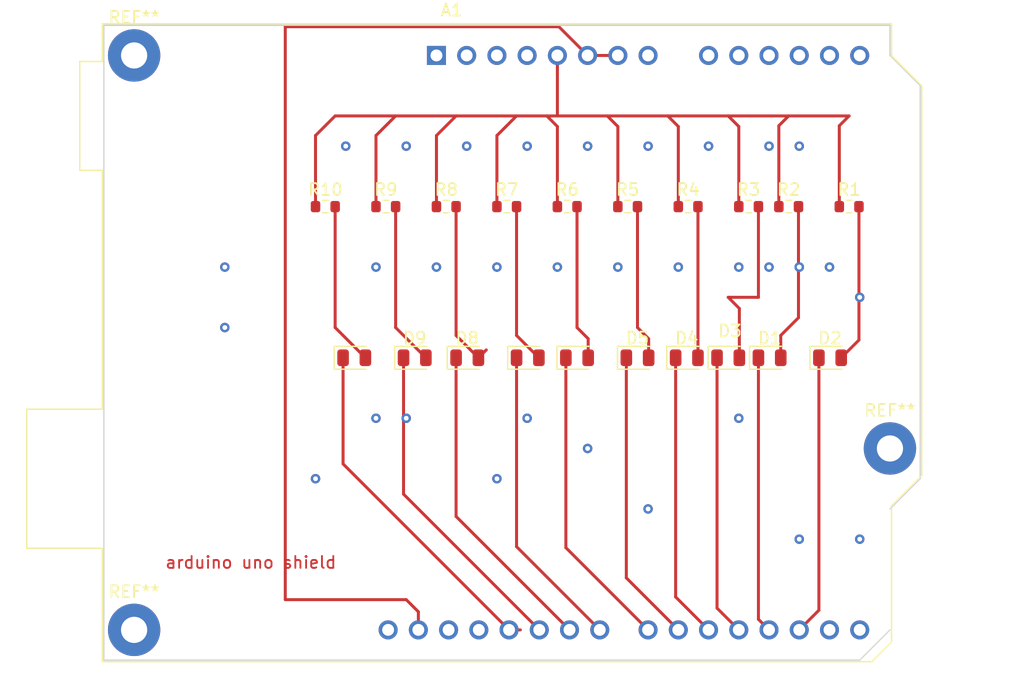
<source format=kicad_pcb>
(kicad_pcb (version 20221018) (generator pcbnew)
  (layers (0 "F.Cu" signal) (31 "B.Cu" signal) (34 "B.Paste" user) (35 "F.Paste" user) (36 "B.SilkS" user "B.Silkscreen") (37 "F.SilkS" user "F.Silkscreen") (38 "B.Mask" user) (39 "F.Mask" user) (44 "Edge.Cuts" user))
  (net 0 "")
  (net 5 "Net-(A1-+5V)")
  (net 6 "GND")
  (net 16 "Net-(A1-D2)")
  (net 17 "Net-(A1-D3)")
  (net 18 "Net-(A1-D4)")
  (net 19 "Net-(A1-D5)")
  (net 20 "Net-(A1-D6)")
  (net 21 "Net-(A1-D7)")
  (net 22 "Net-(A1-D8)")
  (net 23 "Net-(A1-D9)")
  (net 24 "Net-(A1-D10)")
  (net 25 "Net-(A1-D11)")
  (net 29 "Net-(D1-A)")
  (net 30 "Net-(D2-A)")
  (net 31 "Net-(D3-A)")
  (net 32 "Net-(D4-A)")
  (net 33 "Net-(D5-A)")
  (net 34 "Net-(D6-A)")
  (net 35 "Net-(D7-A)")
  (net 36 "Net-(D8-A)")
  (net 37 "Net-(D9-A)")
  (net 38 "Net-(D10-A)")
  (footprint "Resistor_SMD:R_0603_1608Metric" (layer "F.Cu") (at 140.525 60.96)
    (fp_text reference "R8" (at 0 -1.43) (layer "F.SilkS"))
    (fp_text value "R_Small_US")
    (fp_line (start -0.237258 -0.5225) (end 0.237258 -0.5225) (stroke (width 0.12)) (layer "F.SilkS"))
    (fp_line (start -0.237258 0.5225) (end 0.237258 0.5225) (stroke (width 0.12)) (layer "F.SilkS"))
    (pad "1" smd roundrect (at -0.825 0) (size 0.8 0.95) (layers "F.Cu" "F.Paste" "F.Mask") (net 5 "Net-(A1-+5V)"))
    (pad "2" smd roundrect (at 0.825 0) (size 0.8 0.95) (layers "F.Cu" "F.Paste" "F.Mask") (net 36 "Net-(D8-A)"))
  )
  (footprint "LED_SMD:LED_0805_2012Metric" (layer "F.Cu") (at 142.2875 73.66)
    (fp_text reference "D8" (at 0 -1.65) (layer "F.SilkS"))
    (fp_text value "LED")
    (fp_line (start -1.685 -0.96) (end -1.685 0.96) (stroke (width 0.12)) (layer "F.SilkS"))
    (fp_line (start -1.685 0.96) (end 1 0.96) (stroke (width 0.12)) (layer "F.SilkS"))
    (fp_line (start 1 -0.96) (end -1.685 -0.96) (stroke (width 0.12)) (layer "F.SilkS"))
    (pad "1" smd roundrect (at -0.9375 0) (size 0.975 1.4) (layers "F.Cu" "F.Paste" "F.Mask") (net 23 "Net-(A1-D9)"))
    (pad "2" smd roundrect (at 0.9375 0) (size 0.975 1.4) (layers "F.Cu" "F.Paste" "F.Mask") (net 36 "Net-(D8-A)"))
  )
  (footprint "Resistor_SMD:R_0603_1608Metric" (layer "F.Cu") (at 130.365 60.96)
    (fp_text reference "R10" (at 0 -1.43) (layer "F.SilkS"))
    (fp_text value "R_Small_US")
    (fp_line (start -0.237258 -0.5225) (end 0.237258 -0.5225) (stroke (width 0.12)) (layer "F.SilkS"))
    (fp_line (start -0.237258 0.5225) (end 0.237258 0.5225) (stroke (width 0.12)) (layer "F.SilkS"))
    (pad "1" smd roundrect (at -0.825 0) (size 0.8 0.95) (layers "F.Cu" "F.Paste" "F.Mask") (net 5 "Net-(A1-+5V)"))
    (pad "2" smd roundrect (at 0.825 0) (size 0.8 0.95) (layers "F.Cu" "F.Paste" "F.Mask") (net 38 "Net-(D10-A)"))
  )
  (footprint "LED_SMD:LED_0805_2012Metric" (layer "F.Cu") (at 167.6875 73.66)
    (fp_text reference "D1" (at 0 -1.65) (layer "F.SilkS"))
    (fp_text value "LED")
    (fp_line (start -1.685 -0.96) (end -1.685 0.96) (stroke (width 0.12)) (layer "F.SilkS"))
    (fp_line (start -1.685 0.96) (end 1 0.96) (stroke (width 0.12)) (layer "F.SilkS"))
    (fp_line (start 1 -0.96) (end -1.685 -0.96) (stroke (width 0.12)) (layer "F.SilkS"))
    (pad "1" smd roundrect (at -0.9375 0) (size 0.975 1.4) (layers "F.Cu" "F.Paste" "F.Mask") (net 17 "Net-(A1-D3)"))
    (pad "2" smd roundrect (at 0.9375 0) (size 0.975 1.4) (layers "F.Cu" "F.Paste" "F.Mask") (net 29 "Net-(D1-A)"))
  )
  (footprint "Resistor_SMD:R_0603_1608Metric" (layer "F.Cu") (at 174.37 60.96)
    (fp_text reference "R1" (at 0 -1.43) (layer "F.SilkS"))
    (fp_text value "R_Small_US")
    (fp_line (start -0.237258 -0.5225) (end 0.237258 -0.5225) (stroke (width 0.12)) (layer "F.SilkS"))
    (fp_line (start -0.237258 0.5225) (end 0.237258 0.5225) (stroke (width 0.12)) (layer "F.SilkS"))
    (pad "1" smd roundrect (at -0.825 0) (size 0.8 0.95) (layers "F.Cu" "F.Paste" "F.Mask") (net 5 "Net-(A1-+5V)"))
    (pad "2" smd roundrect (at 0.825 0) (size 0.8 0.95) (layers "F.Cu" "F.Paste" "F.Mask") (net 30 "Net-(D2-A)"))
  )
  (footprint "Resistor_SMD:R_0603_1608Metric" (layer "F.Cu") (at 135.445 60.96)
    (fp_text reference "R9" (at 0 -1.43) (layer "F.SilkS"))
    (fp_text value "R_Small_US")
    (fp_line (start -0.237258 -0.5225) (end 0.237258 -0.5225) (stroke (width 0.12)) (layer "F.SilkS"))
    (fp_line (start -0.237258 0.5225) (end 0.237258 0.5225) (stroke (width 0.12)) (layer "F.SilkS"))
    (pad "1" smd roundrect (at -0.825 0) (size 0.8 0.95) (layers "F.Cu" "F.Paste" "F.Mask") (net 5 "Net-(A1-+5V)"))
    (pad "2" smd roundrect (at 0.825 0) (size 0.8 0.95) (layers "F.Cu" "F.Paste" "F.Mask") (net 37 "Net-(D9-A)"))
  )
  (footprint "Resistor_SMD:R_0603_1608Metric" (layer "F.Cu") (at 145.605 60.96)
    (fp_text reference "R7" (at 0 -1.43) (layer "F.SilkS"))
    (fp_text value "R_Small_US")
    (fp_line (start -0.237258 -0.5225) (end 0.237258 -0.5225) (stroke (width 0.12)) (layer "F.SilkS"))
    (fp_line (start -0.237258 0.5225) (end 0.237258 0.5225) (stroke (width 0.12)) (layer "F.SilkS"))
    (pad "1" smd roundrect (at -0.825 0) (size 0.8 0.95) (layers "F.Cu" "F.Paste" "F.Mask") (net 5 "Net-(A1-+5V)"))
    (pad "2" smd roundrect (at 0.825 0) (size 0.8 0.95) (layers "F.Cu" "F.Paste" "F.Mask") (net 35 "Net-(D7-A)"))
  )
  (footprint "Resistor_SMD:R_0603_1608Metric" (layer "F.Cu") (at 165.925 60.96)
    (fp_text reference "R3" (at 0 -1.43) (layer "F.SilkS"))
    (fp_text value "R_Small_US")
    (fp_line (start -0.237258 -0.5225) (end 0.237258 -0.5225) (stroke (width 0.12)) (layer "F.SilkS"))
    (fp_line (start -0.237258 0.5225) (end 0.237258 0.5225) (stroke (width 0.12)) (layer "F.SilkS"))
    (pad "1" smd roundrect (at -0.825 0) (size 0.8 0.95) (layers "F.Cu" "F.Paste" "F.Mask") (net 5 "Net-(A1-+5V)"))
    (pad "2" smd roundrect (at 0.825 0) (size 0.8 0.95) (layers "F.Cu" "F.Paste" "F.Mask") (net 31 "Net-(D3-A)"))
  )
  (footprint "MountingHole:MountingHole_2.2mm_M2_Pad" (layer "F.Cu") (at 114.3 96.52)
    (fp_text reference "REF**" (at 0 -3.2) (layer "F.SilkS"))
    (fp_text value "MountingHole_2.2mm_M2_Pad")
    (pad "1" thru_hole circle (at 0 0) (size 4.4 4.4) (drill 2.2) (layers "*.Cu" "*.Mask"))
  )
  (footprint "MountingHole:MountingHole_2.2mm_M2_Pad" (layer "F.Cu") (at 114.3 48.26)
    (fp_text reference "REF**" (at 0 -3.2) (layer "F.SilkS"))
    (fp_text value "MountingHole_2.2mm_M2_Pad")
    (pad "1" thru_hole circle (at 0 0) (size 4.4 4.4) (drill 2.2) (layers "*.Cu" "*.Mask"))
  )
  (footprint "LED_SMD:LED_0805_2012Metric" (layer "F.Cu") (at 132.7925 73.66)
    (fp_text reference "D10" hide)
    (fp_text value "LED")
    (fp_line (start -1.685 -0.96) (end -1.685 0.96) (stroke (width 0.12)) (layer "F.SilkS"))
    (fp_line (start -1.685 0.96) (end 1 0.96) (stroke (width 0.12)) (layer "F.SilkS"))
    (fp_line (start 1 -0.96) (end -1.685 -0.96) (stroke (width 0.12)) (layer "F.SilkS"))
    (pad "1" smd roundrect (at -0.9375 0) (size 0.975 1.4) (layers "F.Cu" "F.Paste" "F.Mask") (net 25 "Net-(A1-D11)"))
    (pad "2" smd roundrect (at 0.9375 0) (size 0.975 1.4) (layers "F.Cu" "F.Paste" "F.Mask") (net 38 "Net-(D10-A)"))
  )
  (footprint "Module:Arduino_UNO_R2" (layer "F.Cu") (at 139.7 48.26)
    (fp_text reference "A1" (at 1.27 -3.81 180) (layer "F.SilkS"))
    (fp_text value "Arduino_UNO_R2" hide)
    (fp_line (start -34.42 29.72) (end -34.42 41.4) (stroke (width 0.12)) (layer "F.SilkS"))
    (fp_line (start -34.42 41.4) (end -28.07 41.4) (stroke (width 0.12)) (layer "F.SilkS"))
    (fp_line (start -29.97 0.51) (end -29.97 9.65) (stroke (width 0.12)) (layer "F.SilkS"))
    (fp_line (start -29.97 9.65) (end -28.07 9.65) (stroke (width 0.12)) (layer "F.SilkS"))
    (fp_line (start -28.07 -2.67) (end -28.07 0.51) (stroke (width 0.12)) (layer "F.SilkS"))
    (fp_line (start -28.07 0.51) (end -29.97 0.51) (stroke (width 0.12)) (layer "F.SilkS"))
    (fp_line (start -28.07 9.65) (end -28.07 29.72) (stroke (width 0.12)) (layer "F.SilkS"))
    (fp_line (start -28.07 29.72) (end -34.42 29.72) (stroke (width 0.12)) (layer "F.SilkS"))
    (fp_line (start -28.07 41.4) (end -28.07 50.93) (stroke (width 0.12)) (layer "F.SilkS"))
    (fp_line (start -28.07 50.93) (end 36.58 50.93) (stroke (width 0.12)) (layer "F.SilkS"))
    (fp_line (start 36.58 50.93) (end 38.23 49.28) (stroke (width 0.12)) (layer "F.SilkS"))
    (fp_line (start 38.23 -2.67) (end -28.07 -2.67) (stroke (width 0.12)) (layer "F.SilkS"))
    (fp_line (start 38.23 0) (end 38.23 -2.67) (stroke (width 0.12)) (layer "F.SilkS"))
    (fp_line (start 38.23 37.85) (end 40.77 35.31) (stroke (width 0.12)) (layer "F.SilkS"))
    (fp_line (start 38.23 49.28) (end 38.23 37.85) (stroke (width 0.12)) (layer "F.SilkS"))
    (fp_line (start 40.77 2.54) (end 38.23 0) (stroke (width 0.12)) (layer "F.SilkS"))
    (fp_line (start 40.77 35.31) (end 40.77 2.54) (stroke (width 0.12)) (layer "F.SilkS"))
    (pad "1" thru_hole rect (at 0 0 90) (size 1.6 1.6) (drill 1) (layers "*.Cu" "*.Mask"))
    (pad "2" thru_hole oval (at 2.54 0 90) (size 1.6 1.6) (drill 1) (layers "*.Cu" "*.Mask"))
    (pad "3" thru_hole oval (at 5.08 0 90) (size 1.6 1.6) (drill 1) (layers "*.Cu" "*.Mask"))
    (pad "4" thru_hole oval (at 7.62 0 90) (size 1.6 1.6) (drill 1) (layers "*.Cu" "*.Mask"))
    (pad "5" thru_hole oval (at 10.16 0 90) (size 1.6 1.6) (drill 1) (layers "*.Cu" "*.Mask") (net 5 "Net-(A1-+5V)"))
    (pad "6" thru_hole oval (at 12.7 0 90) (size 1.6 1.6) (drill 1) (layers "*.Cu" "*.Mask") (net 6 "GND"))
    (pad "7" thru_hole oval (at 15.24 0 90) (size 1.6 1.6) (drill 1) (layers "*.Cu" "*.Mask") (net 6 "GND"))
    (pad "8" thru_hole oval (at 17.78 0 90) (size 1.6 1.6) (drill 1) (layers "*.Cu" "*.Mask"))
    (pad "9" thru_hole oval (at 22.86 0 90) (size 1.6 1.6) (drill 1) (layers "*.Cu" "*.Mask"))
    (pad "10" thru_hole oval (at 25.4 0 90) (size 1.6 1.6) (drill 1) (layers "*.Cu" "*.Mask"))
    (pad "11" thru_hole oval (at 27.94 0 90) (size 1.6 1.6) (drill 1) (layers "*.Cu" "*.Mask"))
    (pad "12" thru_hole oval (at 30.48 0 90) (size 1.6 1.6) (drill 1) (layers "*.Cu" "*.Mask"))
    (pad "13" thru_hole oval (at 33.02 0 90) (size 1.6 1.6) (drill 1) (layers "*.Cu" "*.Mask"))
    (pad "14" thru_hole oval (at 35.56 0 90) (size 1.6 1.6) (drill 1) (layers "*.Cu" "*.Mask"))
    (pad "15" thru_hole oval (at 35.56 48.26 90) (size 1.6 1.6) (drill 1) (layers "*.Cu" "*.Mask"))
    (pad "16" thru_hole oval (at 33.02 48.26 90) (size 1.6 1.6) (drill 1) (layers "*.Cu" "*.Mask"))
    (pad "17" thru_hole oval (at 30.48 48.26 90) (size 1.6 1.6) (drill 1) (layers "*.Cu" "*.Mask") (net 16 "Net-(A1-D2)"))
    (pad "18" thru_hole oval (at 27.94 48.26 90) (size 1.6 1.6) (drill 1) (layers "*.Cu" "*.Mask") (net 17 "Net-(A1-D3)"))
    (pad "19" thru_hole oval (at 25.4 48.26 90) (size 1.6 1.6) (drill 1) (layers "*.Cu" "*.Mask") (net 18 "Net-(A1-D4)"))
    (pad "20" thru_hole oval (at 22.86 48.26 90) (size 1.6 1.6) (drill 1) (layers "*.Cu" "*.Mask") (net 19 "Net-(A1-D5)"))
    (pad "21" thru_hole oval (at 20.32 48.26 90) (size 1.6 1.6) (drill 1) (layers "*.Cu" "*.Mask") (net 20 "Net-(A1-D6)"))
    (pad "22" thru_hole oval (at 17.78 48.26 90) (size 1.6 1.6) (drill 1) (layers "*.Cu" "*.Mask") (net 21 "Net-(A1-D7)"))
    (pad "23" thru_hole oval (at 13.72 48.26 90) (size 1.6 1.6) (drill 1) (layers "*.Cu" "*.Mask") (net 22 "Net-(A1-D8)"))
    (pad "24" thru_hole oval (at 11.18 48.26 90) (size 1.6 1.6) (drill 1) (layers "*.Cu" "*.Mask") (net 23 "Net-(A1-D9)"))
    (pad "25" thru_hole oval (at 8.64 48.26 90) (size 1.6 1.6) (drill 1) (layers "*.Cu" "*.Mask") (net 24 "Net-(A1-D10)"))
    (pad "26" thru_hole oval (at 6.1 48.26 90) (size 1.6 1.6) (drill 1) (layers "*.Cu" "*.Mask") (net 25 "Net-(A1-D11)"))
    (pad "27" thru_hole oval (at 3.56 48.26 90) (size 1.6 1.6) (drill 1) (layers "*.Cu" "*.Mask"))
    (pad "28" thru_hole oval (at 1.02 48.26 90) (size 1.6 1.6) (drill 1) (layers "*.Cu" "*.Mask"))
    (pad "29" thru_hole oval (at -1.52 48.26 90) (size 1.6 1.6) (drill 1) (layers "*.Cu" "*.Mask") (net 6 "GND"))
    (pad "30" thru_hole oval (at -4.06 48.26 90) (size 1.6 1.6) (drill 1) (layers "*.Cu" "*.Mask"))
  )
  (footprint "Resistor_SMD:R_0603_1608Metric" (layer "F.Cu") (at 160.845 60.96)
    (fp_text reference "R4" (at 0 -1.43) (layer "F.SilkS"))
    (fp_text value "R_Small_US")
    (fp_line (start -0.237258 -0.5225) (end 0.237258 -0.5225) (stroke (width 0.12)) (layer "F.SilkS"))
    (fp_line (start -0.237258 0.5225) (end 0.237258 0.5225) (stroke (width 0.12)) (layer "F.SilkS"))
    (pad "1" smd roundrect (at -0.825 0) (size 0.8 0.95) (layers "F.Cu" "F.Paste" "F.Mask") (net 5 "Net-(A1-+5V)"))
    (pad "2" smd roundrect (at 0.825 0) (size 0.8 0.95) (layers "F.Cu" "F.Paste" "F.Mask") (net 32 "Net-(D4-A)"))
  )
  (footprint "LED_SMD:LED_0805_2012Metric" (layer "F.Cu") (at 156.59 73.66)
    (fp_text reference "D5" (at 0 -1.65) (layer "F.SilkS"))
    (fp_text value "LED")
    (fp_line (start -1.685 -0.96) (end -1.685 0.96) (stroke (width 0.12)) (layer "F.SilkS"))
    (fp_line (start -1.685 0.96) (end 1 0.96) (stroke (width 0.12)) (layer "F.SilkS"))
    (fp_line (start 1 -0.96) (end -1.685 -0.96) (stroke (width 0.12)) (layer "F.SilkS"))
    (pad "1" smd roundrect (at -0.9375 0) (size 0.975 1.4) (layers "F.Cu" "F.Paste" "F.Mask") (net 20 "Net-(A1-D6)"))
    (pad "2" smd roundrect (at 0.9375 0) (size 0.975 1.4) (layers "F.Cu" "F.Paste" "F.Mask") (net 33 "Net-(D5-A)"))
  )
  (footprint "LED_SMD:LED_0805_2012Metric" (layer "F.Cu") (at 160.7325 73.66)
    (fp_text reference "D4" (at 0 -1.65) (layer "F.SilkS"))
    (fp_text value "LED")
    (fp_line (start -1.685 -0.96) (end -1.685 0.96) (stroke (width 0.12)) (layer "F.SilkS"))
    (fp_line (start -1.685 0.96) (end 1 0.96) (stroke (width 0.12)) (layer "F.SilkS"))
    (fp_line (start 1 -0.96) (end -1.685 -0.96) (stroke (width 0.12)) (layer "F.SilkS"))
    (pad "1" smd roundrect (at -0.9375 0) (size 0.975 1.4) (layers "F.Cu" "F.Paste" "F.Mask") (net 19 "Net-(A1-D5)"))
    (pad "2" smd roundrect (at 0.9375 0) (size 0.975 1.4) (layers "F.Cu" "F.Paste" "F.Mask") (net 32 "Net-(D4-A)"))
  )
  (footprint "LED_SMD:LED_0805_2012Metric" (layer "F.Cu") (at 164.21 73.66)
    (fp_text reference "D3" (at 0.15 -2.25) (layer "F.SilkS"))
    (fp_text value "LED")
    (fp_line (start -1.685 -0.96) (end -1.685 0.96) (stroke (width 0.12)) (layer "F.SilkS"))
    (fp_line (start -1.685 0.96) (end 1 0.96) (stroke (width 0.12)) (layer "F.SilkS"))
    (fp_line (start 1 -0.96) (end -1.685 -0.96) (stroke (width 0.12)) (layer "F.SilkS"))
    (pad "1" smd roundrect (at -0.9375 0) (size 0.975 1.4) (layers "F.Cu" "F.Paste" "F.Mask") (net 18 "Net-(A1-D4)"))
    (pad "2" smd roundrect (at 0.9375 0) (size 0.975 1.4) (layers "F.Cu" "F.Paste" "F.Mask") (net 31 "Net-(D3-A)"))
  )
  (footprint "LED_SMD:LED_0805_2012Metric" (layer "F.Cu") (at 147.3675 73.66)
    (fp_text reference "D7" hide)
    (fp_text value "LED")
    (fp_line (start -1.685 -0.96) (end -1.685 0.96) (stroke (width 0.12)) (layer "F.SilkS"))
    (fp_line (start -1.685 0.96) (end 1 0.96) (stroke (width 0.12)) (layer "F.SilkS"))
    (fp_line (start 1 -0.96) (end -1.685 -0.96) (stroke (width 0.12)) (layer "F.SilkS"))
    (pad "1" smd roundrect (at -0.9375 0) (size 0.975 1.4) (layers "F.Cu" "F.Paste" "F.Mask") (net 22 "Net-(A1-D8)"))
    (pad "2" smd roundrect (at 0.9375 0) (size 0.975 1.4) (layers "F.Cu" "F.Paste" "F.Mask") (net 35 "Net-(D7-A)"))
  )
  (footprint "LED_SMD:LED_0805_2012Metric" (layer "F.Cu") (at 172.7675 73.66)
    (fp_text reference "D2" (at 0 -1.65) (layer "F.SilkS"))
    (fp_text value "LED")
    (fp_line (start -1.685 -0.96) (end -1.685 0.96) (stroke (width 0.12)) (layer "F.SilkS"))
    (fp_line (start -1.685 0.96) (end 1 0.96) (stroke (width 0.12)) (layer "F.SilkS"))
    (fp_line (start 1 -0.96) (end -1.685 -0.96) (stroke (width 0.12)) (layer "F.SilkS"))
    (pad "1" smd roundrect (at -0.9375 0) (size 0.975 1.4) (layers "F.Cu" "F.Paste" "F.Mask") (net 16 "Net-(A1-D2)"))
    (pad "2" smd roundrect (at 0.9375 0) (size 0.975 1.4) (layers "F.Cu" "F.Paste" "F.Mask") (net 30 "Net-(D2-A)"))
  )
  (footprint "Resistor_SMD:R_0603_1608Metric" (layer "F.Cu") (at 155.765 60.96)
    (fp_text reference "R5" (at 0 -1.43) (layer "F.SilkS"))
    (fp_text value "R_Small_US")
    (fp_line (start -0.237258 -0.5225) (end 0.237258 -0.5225) (stroke (width 0.12)) (layer "F.SilkS"))
    (fp_line (start -0.237258 0.5225) (end 0.237258 0.5225) (stroke (width 0.12)) (layer "F.SilkS"))
    (pad "1" smd roundrect (at -0.825 0) (size 0.8 0.95) (layers "F.Cu" "F.Paste" "F.Mask") (net 5 "Net-(A1-+5V)"))
    (pad "2" smd roundrect (at 0.825 0) (size 0.8 0.95) (layers "F.Cu" "F.Paste" "F.Mask") (net 33 "Net-(D5-A)"))
  )
  (footprint "Resistor_SMD:R_0603_1608Metric" (layer "F.Cu") (at 150.685 60.96)
    (fp_text reference "R6" (at 0 -1.43) (layer "F.SilkS"))
    (fp_text value "R_Small_US")
    (fp_line (start -0.237258 -0.5225) (end 0.237258 -0.5225) (stroke (width 0.12)) (layer "F.SilkS"))
    (fp_line (start -0.237258 0.5225) (end 0.237258 0.5225) (stroke (width 0.12)) (layer "F.SilkS"))
    (pad "1" smd roundrect (at -0.825 0) (size 0.8 0.95) (layers "F.Cu" "F.Paste" "F.Mask") (net 5 "Net-(A1-+5V)"))
    (pad "2" smd roundrect (at 0.825 0) (size 0.8 0.95) (layers "F.Cu" "F.Paste" "F.Mask") (net 34 "Net-(D6-A)"))
  )
  (footprint "Resistor_SMD:R_0603_1608Metric" (layer "F.Cu") (at 169.29 60.96)
    (fp_text reference "R2" (at 0 -1.43) (layer "F.SilkS"))
    (fp_text value "R_Small_US")
    (fp_line (start -0.237258 -0.5225) (end 0.237258 -0.5225) (stroke (width 0.12)) (layer "F.SilkS"))
    (fp_line (start -0.237258 0.5225) (end 0.237258 0.5225) (stroke (width 0.12)) (layer "F.SilkS"))
    (pad "1" smd roundrect (at -0.825 0) (size 0.8 0.95) (layers "F.Cu" "F.Paste" "F.Mask") (net 5 "Net-(A1-+5V)"))
    (pad "2" smd roundrect (at 0.825 0) (size 0.8 0.95) (layers "F.Cu" "F.Paste" "F.Mask") (net 29 "Net-(D1-A)"))
  )
  (footprint "LED_SMD:LED_0805_2012Metric" (layer "F.Cu") (at 151.51 73.66)
    (fp_text reference "D6" hide)
    (fp_text value "LED")
    (fp_line (start -1.685 -0.96) (end -1.685 0.96) (stroke (width 0.12)) (layer "F.SilkS"))
    (fp_line (start -1.685 0.96) (end 1 0.96) (stroke (width 0.12)) (layer "F.SilkS"))
    (fp_line (start 1 -0.96) (end -1.685 -0.96) (stroke (width 0.12)) (layer "F.SilkS"))
    (pad "1" smd roundrect (at -0.9375 0) (size 0.975 1.4) (layers "F.Cu" "F.Paste" "F.Mask") (net 21 "Net-(A1-D7)"))
    (pad "2" smd roundrect (at 0.9375 0) (size 0.975 1.4) (layers "F.Cu" "F.Paste" "F.Mask") (net 34 "Net-(D6-A)"))
  )
  (footprint "MountingHole:MountingHole_2.2mm_M2_Pad" (layer "F.Cu") (at 177.8 81.28)
    (fp_text reference "REF**" (at 0 -3.2) (layer "F.SilkS"))
    (fp_text value "MountingHole_2.2mm_M2_Pad")
    (pad "1" thru_hole circle (at 0 0) (size 4.4 4.4) (drill 2.2) (layers "*.Cu" "*.Mask"))
  )
  (footprint "LED_SMD:LED_0805_2012Metric" (layer "F.Cu") (at 137.8725 73.66)
    (fp_text reference "D9" (at 0 -1.65) (layer "F.SilkS"))
    (fp_text value "LED")
    (fp_line (start -1.685 -0.96) (end -1.685 0.96) (stroke (width 0.12)) (layer "F.SilkS"))
    (fp_line (start -1.685 0.96) (end 1 0.96) (stroke (width 0.12)) (layer "F.SilkS"))
    (fp_line (start 1 -0.96) (end -1.685 -0.96) (stroke (width 0.12)) (layer "F.SilkS"))
    (pad "1" smd roundrect (at -0.9375 0) (size 0.975 1.4) (layers "F.Cu" "F.Paste" "F.Mask") (net 24 "Net-(A1-D10)"))
    (pad "2" smd roundrect (at 0.9375 0) (size 0.975 1.4) (layers "F.Cu" "F.Paste" "F.Mask") (net 37 "Net-(D9-A)"))
  )
  (gr_line (start 175.26 99.06) (end 177.8 96.52) (stroke (width 0.1)) (layer "Edge.Cuts"))
  (gr_line (start 111.76 99.06) (end 175.26 99.06) (stroke (width 0.1)) (layer "Edge.Cuts"))
  (gr_line (start 111.76 45.72) (end 177.8 45.72) (stroke (width 0.1)) (layer "Edge.Cuts"))
  (gr_line (start 177.8 45.72) (end 111.76 45.72) (stroke (width 0.1)) (layer "Edge.Cuts"))
  (gr_line (start 111.76 99.06) (end 111.76 45.72) (stroke (width 0.1)) (layer "Edge.Cuts"))
  (gr_rect (start 111.76 45.72) (end 177.8 45.72) (stroke (width 0.1)) (fill none) (layer "Edge.Cuts"))
  (gr_line (start 180.34 83.82) (end 180.34 50.8) (stroke (width 0.1)) (layer "Edge.Cuts"))
  (gr_line (start 177.8 48.26) (end 177.8 45.72) (stroke (width 0.1)) (layer "Edge.Cuts"))
  (gr_line (start 177.8 86.36) (end 180.34 83.82) (stroke (width 0.1)) (layer "Edge.Cuts"))
  (gr_line (start 180.34 50.8) (end 177.8 48.26) (stroke (width 0.1)) (layer "Edge.Cuts"))
  (gr_text "arduino uno shield" (at 116.84 91.44) (layer "F.Cu") (effects (font (size 1 1)) (justify left bottom)))
  (via (at 167.64 66.04) (size 0.8) (drill 0.4) (layers "F.Cu" "B.Cu") (net 0))
  (via (at 170.18 55.88) (size 0.8) (drill 0.4) (layers "F.Cu" "B.Cu") (net 0))
  (via (at 144.78 83.82) (size 0.8) (drill 0.4) (layers "F.Cu" "B.Cu") (net 0))
  (via (at 165.1 66.04) (size 0.8) (drill 0.4) (layers "F.Cu" "B.Cu") (net 0))
  (via (at 162.56 55.88) (size 0.8) (drill 0.4) (layers "F.Cu" "B.Cu") (net 0))
  (via (at 175.26 88.9) (size 0.8) (drill 0.4) (layers "F.Cu" "B.Cu") (net 0))
  (via (at 170.18 88.9) (size 0.8) (drill 0.4) (layers "F.Cu" "B.Cu") (net 0))
  (via (at 121.92 66.04) (size 0.8) (drill 0.4) (layers "F.Cu" "B.Cu") (net 0))
  (via (at 132.08 55.88) (size 0.8) (drill 0.4) (layers "F.Cu" "B.Cu") (net 0))
  (via (at 147.32 78.74) (size 0.8) (drill 0.4) (layers "F.Cu" "B.Cu") (net 0))
  (via (at 172.72 66.04) (size 0.8) (drill 0.4) (layers "F.Cu" "B.Cu") (net 0))
  (via (at 152.4 81.28) (size 0.8) (drill 0.4) (layers "F.Cu" "B.Cu") (net 0))
  (via (at 144.78 66.04) (size 0.8) (drill 0.4) (layers "F.Cu" "B.Cu") (net 0))
  (via (at 137.16 55.88) (size 0.8) (drill 0.4) (layers "F.Cu" "B.Cu") (net 0))
  (via (at 147.32 55.88) (size 0.8) (drill 0.4) (layers "F.Cu" "B.Cu") (net 0))
  (via (at 149.86 66.04) (size 0.8) (drill 0.4) (layers "F.Cu" "B.Cu") (net 0))
  (via (at 134.62 66.04) (size 0.8) (drill 0.4) (layers "F.Cu" "B.Cu") (net 0))
  (via (at 160.02 66.04) (size 0.8) (drill 0.4) (layers "F.Cu" "B.Cu") (net 0))
  (via (at 157.48 86.36) (size 0.8) (drill 0.4) (layers "F.Cu" "B.Cu") (net 0))
  (via (at 139.7 66.04) (size 0.8) (drill 0.4) (layers "F.Cu" "B.Cu") (net 0))
  (via (at 134.62 78.74) (size 0.8) (drill 0.4) (layers "F.Cu" "B.Cu") (net 0))
  (via (at 142.24 55.88) (size 0.8) (drill 0.4) (layers "F.Cu" "B.Cu") (net 0))
  (via (at 167.64 55.88) (size 0.8) (drill 0.4) (layers "F.Cu" "B.Cu") (net 0))
  (via (at 165.1 78.74) (size 0.8) (drill 0.4) (layers "F.Cu" "B.Cu") (net 0))
  (via (at 152.4 55.88) (size 0.8) (drill 0.4) (layers "F.Cu" "B.Cu") (net 0))
  (via (at 129.54 83.82) (size 0.8) (drill 0.4) (layers "F.Cu" "B.Cu") (net 0))
  (via (at 154.94 66.04) (size 0.8) (drill 0.4) (layers "F.Cu" "B.Cu") (net 0))
  (via (at 121.92 71.12) (size 0.8) (drill 0.4) (layers "F.Cu" "B.Cu") (net 0))
  (via (at 157.48 55.88) (size 0.8) (drill 0.4) (layers "F.Cu" "B.Cu") (net 0))
  (segment (start 141.35 53.34) (end 139.7 54.99) (width 0.25) (layer "F.Cu") (net 5))
  (segment (start 148.97 53.34) (end 154.05 53.34) (width 0.25) (layer "F.Cu") (net 5))
  (segment (start 146.43 53.34) (end 141.35 53.34) (width 0.25) (layer "F.Cu") (net 5))
  (segment (start 154.94 54.23) (end 154.94 60.96) (width 0.25) (layer "F.Cu") (net 5))
  (segment (start 173.545 54.165) (end 173.545 60.96) (width 0.25) (layer "F.Cu") (net 5))
  (segment (start 169.29 53.34) (end 174.37 53.34) (width 0.25) (layer "F.Cu") (net 5))
  (segment (start 136.27 53.34) (end 134.62 54.99) (width 0.25) (layer "F.Cu") (net 5))
  (segment (start 159.13 53.34) (end 164.21 53.34) (width 0.25) (layer "F.Cu") (net 5))
  (segment (start 159.13 53.34) (end 160.02 54.23) (width 0.25) (layer "F.Cu") (net 5))
  (segment (start 144.78 54.99) (end 144.78 60.96) (width 0.25) (layer "F.Cu") (net 5))
  (segment (start 148.97 53.34) (end 149.86 54.23) (width 0.25) (layer "F.Cu") (net 5))
  (segment (start 174.37 53.34) (end 173.545 54.165) (width 0.25) (layer "F.Cu") (net 5))
  (segment (start 134.62 54.99) (end 134.62 60.96) (width 0.25) (layer "F.Cu") (net 5))
  (segment (start 141.35 53.34) (end 136.27 53.34) (width 0.25) (layer "F.Cu") (net 5))
  (segment (start 168.465 54.165) (end 168.465 60.96) (width 0.25) (layer "F.Cu") (net 5))
  (segment (start 164.21 53.34) (end 165.1 54.23) (width 0.25) (layer "F.Cu") (net 5))
  (segment (start 165.1 54.23) (end 165.1 60.96) (width 0.25) (layer "F.Cu") (net 5))
  (segment (start 129.54 54.99) (end 129.54 60.96) (width 0.25) (layer "F.Cu") (net 5))
  (segment (start 136.27 53.34) (end 131.19 53.34) (width 0.25) (layer "F.Cu") (net 5))
  (segment (start 160.02 54.23) (end 160.02 60.96) (width 0.25) (layer "F.Cu") (net 5))
  (segment (start 154.05 53.34) (end 159.13 53.34) (width 0.25) (layer "F.Cu") (net 5))
  (segment (start 146.43 53.34) (end 148.97 53.34) (width 0.25) (layer "F.Cu") (net 5))
  (segment (start 149.86 48.26) (end 149.86 53.34) (width 0.25) (layer "F.Cu") (net 5))
  (segment (start 169.29 53.34) (end 168.465 54.165) (width 0.25) (layer "F.Cu") (net 5))
  (segment (start 154.05 53.34) (end 154.94 54.23) (width 0.25) (layer "F.Cu") (net 5))
  (segment (start 146.43 53.34) (end 144.78 54.99) (width 0.25) (layer "F.Cu") (net 5))
  (segment (start 139.7 54.99) (end 139.7 60.96) (width 0.25) (layer "F.Cu") (net 5))
  (segment (start 149.86 54.23) (end 149.86 60.96) (width 0.25) (layer "F.Cu") (net 5))
  (segment (start 164.21 53.34) (end 169.29 53.34) (width 0.25) (layer "F.Cu") (net 5))
  (segment (start 131.19 53.34) (end 129.54 54.99) (width 0.25) (layer "F.Cu") (net 5))
  (segment (start 127 45.845) (end 127 93.98) (width 0.25) (layer "F.Cu") (net 6))
  (segment (start 127 93.98) (end 137.16 93.98) (width 0.25) (layer "F.Cu") (net 6))
  (segment (start 152.4 48.26) (end 149.985 45.845) (width 0.25) (layer "F.Cu") (net 6))
  (segment (start 154.94 48.26) (end 152.4 48.26) (width 0.25) (layer "F.Cu") (net 6))
  (segment (start 149.985 45.845) (end 127 45.845) (width 0.25) (layer "F.Cu") (net 6))
  (segment (start 138.18 95) (end 138.18 96.52) (width 0.25) (layer "F.Cu") (net 6))
  (segment (start 137.16 93.98) (end 138.18 95) (width 0.25) (layer "F.Cu") (net 6))
  (segment (start 171.83 94.87) (end 170.18 96.52) (width 0.25) (layer "F.Cu") (net 16))
  (segment (start 171.83 73.66) (end 171.83 94.87) (width 0.25) (layer "F.Cu") (net 16))
  (segment (start 166.75 95.63) (end 167.64 96.52) (width 0.25) (layer "F.Cu") (net 17))
  (segment (start 166.75 73.66) (end 166.75 95.63) (width 0.25) (layer "F.Cu") (net 17))
  (segment (start 163.2725 73.66) (end 163.2725 94.6925) (width 0.25) (layer "F.Cu") (net 18))
  (segment (start 163.2725 94.6925) (end 165.1 96.52) (width 0.25) (layer "F.Cu") (net 18))
  (segment (start 159.795 93.755) (end 162.56 96.52) (width 0.25) (layer "F.Cu") (net 19))
  (segment (start 159.795 73.66) (end 159.795 93.755) (width 0.25) (layer "F.Cu") (net 19))
  (segment (start 155.6525 92.1525) (end 160.02 96.52) (width 0.25) (layer "F.Cu") (net 20))
  (segment (start 155.6525 73.66) (end 155.6525 92.1525) (width 0.25) (layer "F.Cu") (net 20))
  (segment (start 150.5725 73.66) (end 150.5725 89.6125) (width 0.25) (layer "F.Cu") (net 21))
  (segment (start 150.5725 89.6125) (end 157.48 96.52) (width 0.25) (layer "F.Cu") (net 21))
  (segment (start 146.43 89.53) (end 153.42 96.52) (width 0.25) (layer "F.Cu") (net 22))
  (segment (start 146.43 73.66) (end 146.43 89.53) (width 0.25) (layer "F.Cu") (net 22))
  (segment (start 141.35 73.66) (end 141.35 86.99) (width 0.25) (layer "F.Cu") (net 23))
  (segment (start 141.35 86.99) (end 150.88 96.52) (width 0.25) (layer "F.Cu") (net 23))
  (segment (start 136.935 78.965) (end 136.935 85.115) (width 0.25) (layer "F.Cu") (net 24))
  (segment (start 136.935 78.515) (end 137.16 78.74) (width 0.25) (layer "F.Cu") (net 24))
  (segment (start 137.16 78.74) (end 136.935 78.965) (width 0.25) (layer "F.Cu") (net 24))
  (segment (start 136.935 85.115) (end 148.34 96.52) (width 0.25) (layer "F.Cu") (net 24))
  (segment (start 136.935 73.66) (end 136.935 78.515) (width 0.25) (layer "F.Cu") (net 24))
  (via (at 137.16 78.74) (size 0.8) (drill 0.4) (layers "F.Cu" "B.Cu") (net 24))
  (segment (start 131.855 73.66) (end 131.855 82.575) (width 0.25) (layer "F.Cu") (net 25))
  (segment (start 146.749009 96.52) (end 145.8 96.52) (width 0.25) (layer "F.Cu") (net 25))
  (segment (start 131.855 82.575) (end 145.8 96.52) (width 0.25) (layer "F.Cu") (net 25))
  (segment (start 170.115 66.105) (end 170.115 70.295) (width 0.25) (layer "F.Cu") (net 29))
  (segment (start 170.115 65.975) (end 170.18 66.04) (width 0.25) (layer "F.Cu") (net 29))
  (segment (start 168.625 71.785) (end 168.625 73.66) (width 0.25) (layer "F.Cu") (net 29))
  (segment (start 170.115 70.295) (end 168.625 71.785) (width 0.25) (layer "F.Cu") (net 29))
  (segment (start 170.18 66.04) (end 170.115 66.105) (width 0.25) (layer "F.Cu") (net 29))
  (segment (start 170.115 60.96) (end 170.115 65.975) (width 0.25) (layer "F.Cu") (net 29))
  (via (at 170.18 66.04) (size 0.8) (drill 0.4) (layers "F.Cu" "B.Cu") (net 29))
  (via (at 170.18 66.04) (size 0.8) (drill 0.4) (layers "F.Cu" "B.Cu") (net 29))
  (segment (start 175.195 68.645) (end 175.195 72.17) (width 0.25) (layer "F.Cu") (net 30))
  (segment (start 175.195 60.96) (end 175.195 68.515) (width 0.25) (layer "F.Cu") (net 30))
  (segment (start 175.195 72.17) (end 173.705 73.66) (width 0.25) (layer "F.Cu") (net 30))
  (segment (start 175.195 68.515) (end 175.26 68.58) (width 0.25) (layer "F.Cu") (net 30))
  (segment (start 175.26 68.58) (end 175.195 68.645) (width 0.25) (layer "F.Cu") (net 30))
  (via (at 175.26 68.58) (size 0.8) (drill 0.4) (layers "F.Cu" "B.Cu") (net 30))
  (segment (start 166.75 68.58) (end 164.21 68.58) (width 0.25) (layer "F.Cu") (net 31))
  (segment (start 166.75 60.96) (end 166.75 68.58) (width 0.25) (layer "F.Cu") (net 31))
  (segment (start 165.1475 69.5175) (end 165.1475 73.66) (width 0.25) (layer "F.Cu") (net 31))
  (segment (start 164.21 68.58) (end 165.1475 69.5175) (width 0.25) (layer "F.Cu") (net 31))
  (segment (start 161.67 60.96) (end 161.67 73.66) (width 0.25) (layer "F.Cu") (net 32))
  (segment (start 156.59 71.12) (end 157.5275 72.0575) (width 0.25) (layer "F.Cu") (net 33))
  (segment (start 157.5275 72.0575) (end 157.5275 73.66) (width 0.25) (layer "F.Cu") (net 33))
  (segment (start 156.59 60.96) (end 156.59 71.12) (width 0.25) (layer "F.Cu") (net 33))
  (segment (start 151.51 60.96) (end 151.51 71.12) (width 0.25) (layer "F.Cu") (net 34))
  (segment (start 151.51 71.12) (end 152.4475 72.0575) (width 0.25) (layer "F.Cu") (net 34))
  (segment (start 152.4475 72.0575) (end 152.4475 73.66) (width 0.25) (layer "F.Cu") (net 34))
  (segment (start 146.43 60.96) (end 146.43 71.785) (width 0.25) (layer "F.Cu") (net 35))
  (segment (start 146.43 71.785) (end 148.305 73.66) (width 0.25) (layer "F.Cu") (net 35))
  (segment (start 141.35 71.785) (end 143.225 73.66) (width 0.25) (layer "F.Cu") (net 36))
  (segment (start 143.89 72.995) (end 143.225 73.66) (width 0.25) (layer "F.Cu") (net 36))
  (segment (start 141.35 60.96) (end 141.35 71.785) (width 0.25) (layer "F.Cu") (net 36))
  (segment (start 136.27 60.96) (end 136.27 71.12) (width 0.25) (layer "F.Cu") (net 37))
  (segment (start 136.27 71.12) (end 138.81 73.66) (width 0.25) (layer "F.Cu") (net 37))
  (segment (start 131.19 71.12) (end 133.73 73.66) (width 0.25) (layer "F.Cu") (net 38))
  (segment (start 131.19 60.96) (end 131.19 71.12) (width 0.25) (layer "F.Cu") (net 38))
)
</source>
